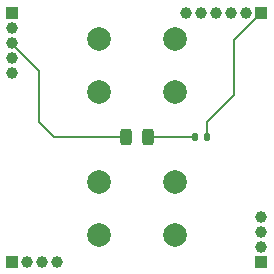
<source format=gtl>
%TF.GenerationSoftware,KiCad,Pcbnew,9.0.5-1.fc42*%
%TF.CreationDate,2025-12-03T03:07:16+01:00*%
%TF.ProjectId,Block-Switch-2V,426c6f63-6b2d-4537-9769-7463682d3256,1*%
%TF.SameCoordinates,Original*%
%TF.FileFunction,Copper,L1,Top*%
%TF.FilePolarity,Positive*%
%FSLAX46Y46*%
G04 Gerber Fmt 4.6, Leading zero omitted, Abs format (unit mm)*
G04 Created by KiCad (PCBNEW 9.0.5-1.fc42) date 2025-12-03 03:07:16*
%MOMM*%
%LPD*%
G01*
G04 APERTURE LIST*
G04 Aperture macros list*
%AMRoundRect*
0 Rectangle with rounded corners*
0 $1 Rounding radius*
0 $2 $3 $4 $5 $6 $7 $8 $9 X,Y pos of 4 corners*
0 Add a 4 corners polygon primitive as box body*
4,1,4,$2,$3,$4,$5,$6,$7,$8,$9,$2,$3,0*
0 Add four circle primitives for the rounded corners*
1,1,$1+$1,$2,$3*
1,1,$1+$1,$4,$5*
1,1,$1+$1,$6,$7*
1,1,$1+$1,$8,$9*
0 Add four rect primitives between the rounded corners*
20,1,$1+$1,$2,$3,$4,$5,0*
20,1,$1+$1,$4,$5,$6,$7,0*
20,1,$1+$1,$6,$7,$8,$9,0*
20,1,$1+$1,$8,$9,$2,$3,0*%
G04 Aperture macros list end*
%TA.AperFunction,ComponentPad*%
%ADD10C,2.000000*%
%TD*%
%TA.AperFunction,SMDPad,CuDef*%
%ADD11RoundRect,0.135000X0.135000X0.185000X-0.135000X0.185000X-0.135000X-0.185000X0.135000X-0.185000X0*%
%TD*%
%TA.AperFunction,SMDPad,CuDef*%
%ADD12RoundRect,0.243750X-0.243750X-0.456250X0.243750X-0.456250X0.243750X0.456250X-0.243750X0.456250X0*%
%TD*%
%TA.AperFunction,ComponentPad*%
%ADD13R,1.000000X1.000000*%
%TD*%
%TA.AperFunction,ComponentPad*%
%ADD14C,1.000000*%
%TD*%
%TA.AperFunction,Conductor*%
%ADD15C,0.200000*%
%TD*%
G04 APERTURE END LIST*
D10*
%TO.P,SW1,2,2*%
%TO.N,/A*%
X142315000Y-109882190D03*
X135815000Y-109882190D03*
%TO.P,SW1,1,1*%
%TO.N,Net-(R1-Pad2)*%
X142315000Y-105382190D03*
X135815000Y-105382190D03*
%TD*%
%TO.P,SW2,2,2*%
%TO.N,/B*%
X142315000Y-121947810D03*
X135815000Y-121947810D03*
%TO.P,SW2,1,1*%
%TO.N,Net-(R2-Pad2)*%
X142315000Y-117447810D03*
X135815000Y-117447810D03*
%TD*%
D11*
%TO.P,R3,2*%
%TO.N,Net-(D1-A)*%
X144018000Y-113665000D03*
%TO.P,R3,1*%
%TO.N,/LED*%
X145038000Y-113665000D03*
%TD*%
D12*
%TO.P,D1,2,A*%
%TO.N,Net-(D1-A)*%
X140022500Y-113665000D03*
%TO.P,D1,1,K*%
%TO.N,GND*%
X138147500Y-113665000D03*
%TD*%
D13*
%TO.P,J4,1,Pin_1*%
%TO.N,/Typ0*%
X128525000Y-124205000D03*
D14*
%TO.P,J4,2,Pin_2*%
%TO.N,/Typ1*%
X129795000Y-124205000D03*
%TO.P,J4,3,Pin_3*%
%TO.N,/Typ2*%
X131065000Y-124205000D03*
%TO.P,J4,4,Pin_4*%
%TO.N,/Typ3*%
X132335000Y-124205000D03*
%TD*%
D13*
%TO.P,J2,1,Pin_1*%
%TO.N,/Addr0*%
X149605000Y-124205000D03*
D14*
%TO.P,J2,2,Pin_2*%
%TO.N,/Addr1*%
X149605000Y-122935000D03*
%TO.P,J2,3,Pin_3*%
%TO.N,/Addr2*%
X149605000Y-121665000D03*
%TO.P,J2,4,Pin_4*%
%TO.N,/Addr3*%
X149605000Y-120395000D03*
%TD*%
D13*
%TO.P,J1,1,Pin_1*%
%TO.N,/+3.3V Digital*%
X128525000Y-103125000D03*
D14*
%TO.P,J1,2,Pin_2*%
%TO.N,/AREF*%
X128525000Y-104395000D03*
%TO.P,J1,3,Pin_3*%
%TO.N,GND*%
X128525000Y-105665000D03*
%TO.P,J1,4,Pin_4*%
%TO.N,/SlotBus.Data*%
X128525000Y-106935000D03*
%TO.P,J1,5,Pin_5*%
%TO.N,/SlotBus.Clock*%
X128525000Y-108205000D03*
%TD*%
D13*
%TO.P,J3,1,Pin_1*%
%TO.N,/LED*%
X149605000Y-103125000D03*
D14*
%TO.P,J3,2,Pin_2*%
%TO.N,/C*%
X148335000Y-103125000D03*
%TO.P,J3,3,Pin_3*%
%TO.N,/B*%
X147065000Y-103125000D03*
%TO.P,J3,4,Pin_4*%
%TO.N,/A*%
X145795000Y-103125000D03*
%TO.P,J3,5,Pin_5*%
%TO.N,/A1*%
X144525000Y-103125000D03*
%TO.P,J3,6,Pin_6*%
%TO.N,/A0*%
X143255000Y-103125000D03*
%TD*%
D15*
%TO.N,GND*%
X138147500Y-113665000D02*
X132080000Y-113665000D01*
X132080000Y-113665000D02*
X130810000Y-112395000D01*
X130810000Y-112395000D02*
X130810000Y-108087214D01*
X130810000Y-108087214D02*
X128525000Y-105802214D01*
X128525000Y-105802214D02*
X128525000Y-105665000D01*
%TO.N,/LED*%
X145038000Y-113665000D02*
X145038000Y-112391000D01*
X145038000Y-112391000D02*
X147320000Y-110109000D01*
X147320000Y-110109000D02*
X147320000Y-105410000D01*
X147320000Y-105410000D02*
X149605000Y-103125000D01*
%TO.N,Net-(D1-A)*%
X140022500Y-113665000D02*
X144018000Y-113665000D01*
%TD*%
M02*

</source>
